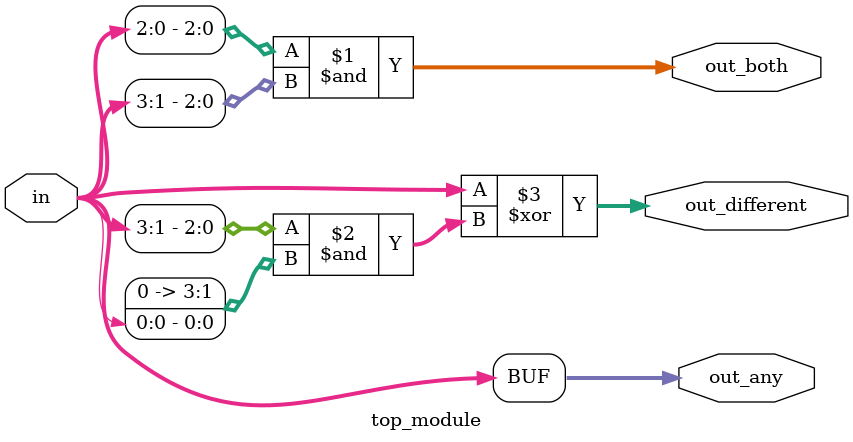
<source format=sv>
module top_module (
    input [3:0] in,
    output [2:0] out_both,
    output [3:0] out_any,
    output [3:0] out_different
);
    
    assign out_both = in[2:0] & in[3:1];
    assign out_any = in[3:0];
    assign out_different = in ^ (in[3:1] & {1'b0, in[0]});
    
endmodule

</source>
